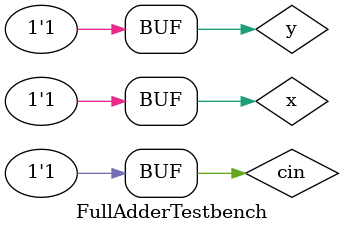
<source format=sv>
`timescale 1ns / 1ps


module FullAdderTestbench(
    );

    logic x, y, cin;
    logic sum, cout;
    
    FullAdder adder(x, y, cin, sum, cout);
    
    initial begin
        # 5;
        x = 0; y = 0; cin = 0; # 5;
        x = 0; y = 0; cin = 1; # 5;
        x = 0; y = 1; cin = 0; # 5;
        x = 0; y = 1; cin = 1; # 5;
        x = 1; y = 0; cin = 0; # 5;
        x = 1; y = 0; cin = 1; # 5;
        x = 1; y = 1; cin = 0; # 5;
        x = 1; y = 1; cin = 1; # 5;
    end
endmodule
</source>
